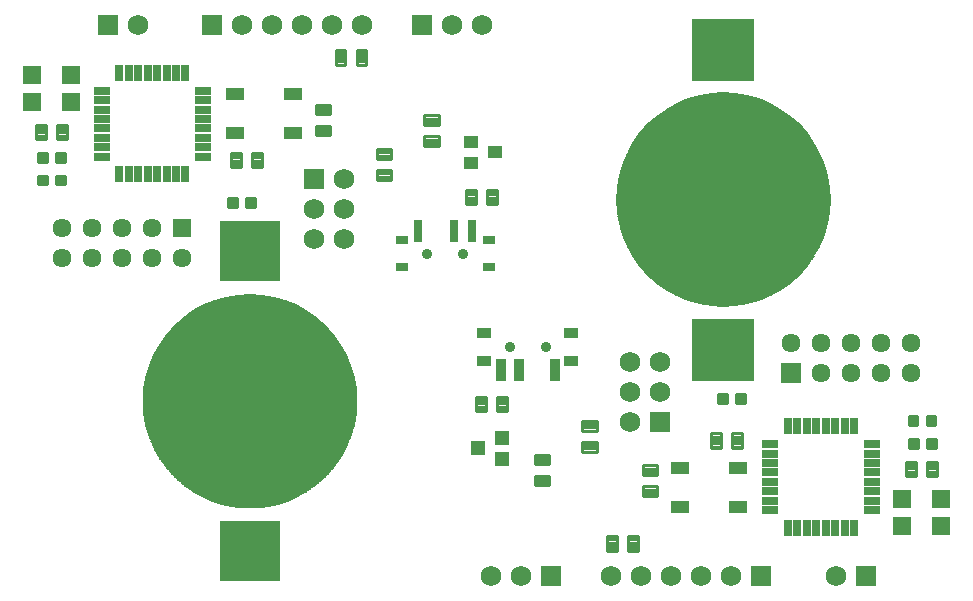
<source format=gts>
%MOIN*%
%OFA0B0*%
%FSLAX25Y25*%
%IPPOS*%
%LPD*%
%AMOC8*
5,1,8,0,0,$1,22.5*%
%AMOC80*
5,1,8,0,0,$1,-157.5*%
%AMREC250*
4,1,3,
0.027,0.013000000000000005,
-0.027,0.012999999999999996,
-0.027,-0.013000000000000005,
0.027,-0.012999999999999996,
0*%
%AMREC260*
4,1,3,
0.012999999999999996,0.027,
-0.013000000000000005,0.027,
-0.012999999999999996,-0.027,
0.013000000000000005,-0.027,
0*%
%AMREC270*
4,1,3,
0.031685,0.031685000000000005,
-0.031685000000000005,0.031685,
-0.031685,-0.031685000000000005,
0.031685000000000005,-0.031685,
0*%
%AMREC280*
4,1,3,
0.081999999999999976,0.082000000000000017,
-0.082000000000000017,0.081999999999999976,
-0.081999999999999976,-0.082000000000000017,
0.082000000000000017,-0.081999999999999976,
0*%
%AMREC290*
4,1,3,
0.10199999999999998,0.10200000000000001,
-0.10200000000000001,0.10199999999999998,
-0.10199999999999998,-0.10200000000000001,
0.10200000000000001,-0.10199999999999998,
0*%
%AMREC300*
4,1,3,
0.015779999999999995,0.037435,
-0.015780000000000002,0.037435,
-0.015779999999999995,-0.037435,
0.015780000000000002,-0.037435,
0*%
%AMREC310*
4,1,3,
0.022,0.015780000000000002,
-0.022,0.015779999999999995,
-0.022,-0.015780000000000002,
0.022,-0.015779999999999995,
0*%
%AMREC320*
4,1,3,
0.0345,0.03450000000000001,
-0.03450000000000001,0.0345,
-0.0345,-0.03450000000000001,
0.03450000000000001,-0.0345,
0*%
%AMREC330*
4,1,3,
0.024499999999999994,0.022000000000000006,
-0.024500000000000004,0.021999999999999995,
-0.024499999999999994,-0.022000000000000006,
0.024500000000000004,-0.021999999999999995,
0*%
%AMREC340*
4,1,3,
0.031529999999999996,0.019715000000000007,
-0.03153,0.019714999999999996,
-0.031529999999999996,-0.019715000000000007,
0.03153,-0.019714999999999996,
0*%
%AMREC350*
4,1,3,
0.029499999999999995,0.029500000000000005,
-0.029500000000000005,0.029499999999999995,
-0.029499999999999995,-0.029500000000000005,
0.029500000000000005,-0.029499999999999995,
0*%
%ADD10R,0.054X0.026000000000000002*%
%ADD11R,0.026000000000000002X0.054*%
%ADD12R,0.06337X0.06337*%
%ADD13C,0.06337*%
%ADD14R,0.16399999999999998X0.16399999999999998*%
%ADD15R,0.204X0.204*%
%ADD16C,0.005*%
%ADD17C,0.011*%
%ADD18C,0.00975*%
%ADD19R,0.03156X0.07487*%
%ADD20R,0.044X0.03156*%
%ADD21C,0.036*%
%ADD22R,0.069X0.069*%
%ADD23C,0.069*%
%ADD24R,0.049X0.044*%
%ADD25R,0.06306X0.03943*%
%ADD26R,0.059000000000000004X0.059000000000000004*%
%AMCOMP61*
4,1,3,
0.027,0.013000000000000005,
-0.027,0.012999999999999996,
-0.027,-0.013000000000000005,
0.027,-0.012999999999999996,
0*%
%ADD37COMP61*%
%AMCOMP62*
4,1,3,
0.012999999999999996,0.027,
-0.013000000000000005,0.027,
-0.012999999999999996,-0.027,
0.013000000000000005,-0.027,
0*%
%ADD38COMP62*%
%AMCOMP63*
4,1,3,
0.031685,0.031685000000000005,
-0.031685000000000005,0.031685,
-0.031685,-0.031685000000000005,
0.031685000000000005,-0.031685,
0*%
%ADD39COMP63*%
%ADD40C,0.06337*%
%AMCOMP64*
4,1,3,
0.081999999999999976,0.082000000000000017,
-0.082000000000000017,0.081999999999999976,
-0.081999999999999976,-0.082000000000000017,
0.082000000000000017,-0.081999999999999976,
0*%
%ADD41COMP64*%
%AMCOMP65*
4,1,3,
0.10199999999999998,0.10200000000000001,
-0.10200000000000001,0.10199999999999998,
-0.10199999999999998,-0.10200000000000001,
0.10200000000000001,-0.10199999999999998,
0*%
%ADD42COMP65*%
%ADD43C,0.005*%
%ADD44C,0.011*%
%ADD45C,0.00975*%
%AMCOMP66*
4,1,3,
0.015779999999999995,0.037435,
-0.015780000000000002,0.037435,
-0.015779999999999995,-0.037435,
0.015780000000000002,-0.037435,
0*%
%ADD46COMP66*%
%AMCOMP67*
4,1,3,
0.022,0.015780000000000002,
-0.022,0.015779999999999995,
-0.022,-0.015780000000000002,
0.022,-0.015779999999999995,
0*%
%ADD47COMP67*%
%ADD48C,0.036*%
%AMCOMP68*
4,1,3,
0.0345,0.03450000000000001,
-0.03450000000000001,0.0345,
-0.0345,-0.03450000000000001,
0.03450000000000001,-0.0345,
0*%
%ADD49COMP68*%
%ADD50C,0.069*%
%AMCOMP69*
4,1,3,
0.024499999999999994,0.022000000000000006,
-0.024500000000000004,0.021999999999999995,
-0.024499999999999994,-0.022000000000000006,
0.024500000000000004,-0.021999999999999995,
0*%
%ADD51COMP69*%
%AMCOMP70*
4,1,3,
0.031529999999999996,0.019715000000000007,
-0.03153,0.019714999999999996,
-0.031529999999999996,-0.019715000000000007,
0.03153,-0.019714999999999996,
0*%
%ADD52COMP70*%
%AMCOMP71*
4,1,3,
0.029499999999999995,0.029500000000000005,
-0.029500000000000005,0.029499999999999995,
-0.029499999999999995,-0.029500000000000005,
0.029500000000000005,-0.029499999999999995,
0*%
%ADD53COMP71*%
G75*
%LPD*%
D10*
X0003937Y0003937D02*
X0048837Y0152213D03*
X0048837Y0155363D03*
X0048837Y0158513D03*
X0048837Y0161661D03*
X0048837Y0164812D03*
X0048837Y0167961D03*
X0048837Y0171111D03*
X0048837Y0174261D03*
X0082637Y0174261D03*
X0082637Y0171111D03*
X0082637Y0167961D03*
X0082637Y0164812D03*
X0082637Y0161661D03*
X0082637Y0158513D03*
X0082637Y0155363D03*
X0082637Y0152213D03*
D11*
X0076761Y0146337D03*
X0073611Y0146337D03*
X0070461Y0146337D03*
X0067312Y0146337D03*
X0064162Y0146337D03*
X0061012Y0146337D03*
X0057863Y0146337D03*
X0054713Y0146337D03*
X0054713Y0180137D03*
X0057863Y0180137D03*
X0061012Y0180137D03*
X0064162Y0180137D03*
X0067312Y0180137D03*
X0070461Y0180137D03*
X0073611Y0180137D03*
X0076761Y0180137D03*
D12*
X0075637Y0128536D03*
D13*
X0075637Y0118537D03*
X0065637Y0118537D03*
X0065637Y0128536D03*
X0055637Y0128536D03*
X0055637Y0118537D03*
X0045637Y0118537D03*
X0045637Y0128536D03*
X0035637Y0128536D03*
X0035637Y0118537D03*
D14*
X0098237Y0070737D03*
D15*
X0098237Y0020737D03*
X0098237Y0120737D03*
D16*
X0063692Y0062852D02*
X0064792Y0059034D01*
X0066312Y0055362D01*
X0068235Y0051885D01*
X0070534Y0048645D01*
X0073182Y0045682D01*
X0076145Y0043034D01*
X0079385Y0040735D01*
X0082863Y0038813D01*
X0086534Y0037292D01*
X0090352Y0036192D01*
X0094270Y0035527D01*
X0098237Y0035304D01*
X0102204Y0035527D01*
X0106122Y0036192D01*
X0109940Y0037292D01*
X0113611Y0038813D01*
X0117089Y0040735D01*
X0120329Y0043034D01*
X0123292Y0045682D01*
X0125940Y0048645D01*
X0128238Y0051885D01*
X0130161Y0055362D01*
X0131682Y0059034D01*
X0132782Y0062852D01*
X0133447Y0066770D01*
X0133670Y0070737D01*
X0133447Y0074704D01*
X0132782Y0078622D01*
X0131682Y0082440D01*
X0130161Y0086111D01*
X0128238Y0089589D01*
X0125940Y0092829D01*
X0123292Y0095792D01*
X0120329Y0098440D01*
X0117089Y0100739D01*
X0113611Y0102661D01*
X0109940Y0104182D01*
X0106122Y0105282D01*
X0102204Y0105946D01*
X0098237Y0106170D01*
X0094270Y0105946D01*
X0090352Y0105282D01*
X0086534Y0104182D01*
X0082863Y0102661D01*
X0079385Y0100739D01*
X0076145Y0098440D01*
X0073182Y0095792D01*
X0070534Y0092829D01*
X0068235Y0089589D01*
X0066312Y0086111D01*
X0064792Y0082440D01*
X0063692Y0078622D01*
X0063027Y0074704D01*
X0062804Y0070737D01*
X0063027Y0066770D01*
X0063692Y0062852D01*
X0063656Y0063065D02*
X0132818Y0063065D01*
X0132902Y0063564D02*
X0063571Y0063564D01*
X0063487Y0064063D02*
X0132987Y0064063D01*
X0133072Y0064561D02*
X0063402Y0064561D01*
X0063317Y0065059D02*
X0133157Y0065059D01*
X0133241Y0065558D02*
X0063232Y0065558D01*
X0063148Y0066057D02*
X0133325Y0066057D01*
X0133411Y0066555D02*
X0063063Y0066555D01*
X0063010Y0067054D02*
X0133462Y0067054D01*
X0133491Y0067552D02*
X0062983Y0067552D01*
X0062955Y0068051D02*
X0133519Y0068051D01*
X0133547Y0068549D02*
X0062927Y0068549D01*
X0062899Y0069048D02*
X0133575Y0069048D01*
X0133603Y0069546D02*
X0062871Y0069546D01*
X0062843Y0070045D02*
X0133631Y0070045D01*
X0133659Y0070543D02*
X0062815Y0070543D01*
X0062821Y0071042D02*
X0133653Y0071042D01*
X0133625Y0071540D02*
X0062849Y0071540D01*
X0062877Y0072039D02*
X0133597Y0072039D01*
X0133569Y0072538D02*
X0062905Y0072538D01*
X0062932Y0073036D02*
X0133541Y0073036D01*
X0133513Y0073535D02*
X0062961Y0073535D01*
X0062988Y0074033D02*
X0133485Y0074033D01*
X0133457Y0074532D02*
X0063017Y0074532D01*
X0063082Y0075029D02*
X0133392Y0075029D01*
X0133307Y0075529D02*
X0063166Y0075529D01*
X0063251Y0076027D02*
X0133223Y0076027D01*
X0133138Y0076526D02*
X0063336Y0076526D01*
X0063421Y0077024D02*
X0133053Y0077024D01*
X0132968Y0077523D02*
X0063505Y0077523D01*
X0063590Y0078021D02*
X0132884Y0078021D01*
X0132799Y0078520D02*
X0063675Y0078520D01*
X0063807Y0079018D02*
X0132667Y0079018D01*
X0132524Y0079517D02*
X0063949Y0079517D01*
X0064093Y0080014D02*
X0132380Y0080014D01*
X0132237Y0080514D02*
X0064237Y0080514D01*
X0064381Y0081012D02*
X0132093Y0081012D01*
X0131949Y0081511D02*
X0064525Y0081511D01*
X0064668Y0082009D02*
X0131806Y0082009D01*
X0131653Y0082507D02*
X0064820Y0082507D01*
X0065027Y0083006D02*
X0131447Y0083006D01*
X0131241Y0083505D02*
X0065233Y0083505D01*
X0065440Y0084003D02*
X0131033Y0084003D01*
X0130827Y0084502D02*
X0065646Y0084502D01*
X0065853Y0085000D02*
X0130621Y0085000D01*
X0130414Y0085499D02*
X0066059Y0085499D01*
X0066266Y0085997D02*
X0130207Y0085997D01*
X0129948Y0086496D02*
X0066526Y0086496D01*
X0066801Y0086994D02*
X0129673Y0086994D01*
X0129397Y0087493D02*
X0067077Y0087493D01*
X0067352Y0087991D02*
X0129122Y0087991D01*
X0128846Y0088490D02*
X0067628Y0088490D01*
X0067903Y0088988D02*
X0128570Y0088988D01*
X0128295Y0089487D02*
X0068179Y0089487D01*
X0068517Y0089985D02*
X0127957Y0089985D01*
X0127604Y0090484D02*
X0068870Y0090484D01*
X0069224Y0090982D02*
X0127250Y0090982D01*
X0126896Y0091481D02*
X0069578Y0091481D01*
X0069931Y0091979D02*
X0126543Y0091979D01*
X0126189Y0092478D02*
X0070285Y0092478D01*
X0070665Y0092976D02*
X0125808Y0092976D01*
X0125363Y0093475D02*
X0071111Y0093475D01*
X0071557Y0093974D02*
X0124916Y0093974D01*
X0124472Y0094471D02*
X0072002Y0094471D01*
X0072448Y0094971D02*
X0124025Y0094971D01*
X0123581Y0095469D02*
X0072893Y0095469D01*
X0073378Y0095968D02*
X0123095Y0095968D01*
X0122537Y0096466D02*
X0073936Y0096466D01*
X0074494Y0096964D02*
X0121980Y0096964D01*
X0121422Y0097463D02*
X0075052Y0097463D01*
X0075609Y0097962D02*
X0120864Y0097962D01*
X0120300Y0098460D02*
X0076174Y0098460D01*
X0076876Y0098959D02*
X0119598Y0098959D01*
X0118895Y0099457D02*
X0077579Y0099457D01*
X0078281Y0099956D02*
X0118192Y0099956D01*
X0117490Y0100454D02*
X0078984Y0100454D01*
X0079772Y0100953D02*
X0116702Y0100953D01*
X0115799Y0101451D02*
X0080674Y0101451D01*
X0081576Y0101950D02*
X0114897Y0101950D01*
X0113996Y0102448D02*
X0082478Y0102448D01*
X0083553Y0102947D02*
X0112921Y0102947D01*
X0111718Y0103445D02*
X0084756Y0103445D01*
X0085960Y0103943D02*
X0110514Y0103943D01*
X0109035Y0104441D02*
X0087439Y0104441D01*
X0089169Y0104941D02*
X0107305Y0104941D01*
X0105194Y0105439D02*
X0091280Y0105439D01*
X0094214Y0105938D02*
X0102260Y0105938D01*
X0132700Y0062566D02*
X0063774Y0062566D01*
X0063918Y0062069D02*
X0132556Y0062069D01*
X0132412Y0061570D02*
X0064062Y0061570D01*
X0064205Y0061072D02*
X0132269Y0061072D01*
X0132125Y0060573D02*
X0064349Y0060573D01*
X0064492Y0060075D02*
X0131981Y0060075D01*
X0131838Y0059575D02*
X0064636Y0059575D01*
X0064780Y0059078D02*
X0131693Y0059078D01*
X0131493Y0058579D02*
X0064981Y0058579D01*
X0065186Y0058081D02*
X0131287Y0058081D01*
X0131080Y0057582D02*
X0065394Y0057582D01*
X0065599Y0057084D02*
X0130874Y0057084D01*
X0130667Y0056585D02*
X0065807Y0056585D01*
X0066012Y0056087D02*
X0130461Y0056087D01*
X0130254Y0055588D02*
X0066219Y0055588D01*
X0066464Y0055089D02*
X0130010Y0055089D01*
X0129734Y0054591D02*
X0066740Y0054591D01*
X0067015Y0054093D02*
X0129458Y0054093D01*
X0129182Y0053594D02*
X0067291Y0053594D01*
X0067566Y0053096D02*
X0128908Y0053096D01*
X0128631Y0052597D02*
X0067842Y0052597D01*
X0068117Y0052098D02*
X0128356Y0052098D01*
X0128037Y0051600D02*
X0068437Y0051600D01*
X0068791Y0051102D02*
X0127682Y0051102D01*
X0127329Y0050603D02*
X0069145Y0050603D01*
X0069499Y0050105D02*
X0126975Y0050105D01*
X0126621Y0049606D02*
X0069852Y0049606D01*
X0070206Y0049107D02*
X0126268Y0049107D01*
X0125908Y0048609D02*
X0070566Y0048609D01*
X0071012Y0048110D02*
X0125462Y0048110D01*
X0125017Y0047612D02*
X0071457Y0047612D01*
X0071903Y0047113D02*
X0124571Y0047113D01*
X0124126Y0046615D02*
X0072348Y0046615D01*
X0072794Y0046116D02*
X0123679Y0046116D01*
X0123220Y0045618D02*
X0073254Y0045618D01*
X0073812Y0045119D02*
X0122662Y0045119D01*
X0122105Y0044621D02*
X0074369Y0044621D01*
X0074926Y0044122D02*
X0121547Y0044122D01*
X0120988Y0043624D02*
X0075485Y0043624D01*
X0076043Y0043125D02*
X0120431Y0043125D01*
X0119754Y0042627D02*
X0076719Y0042627D01*
X0077422Y0042128D02*
X0119052Y0042128D01*
X0118350Y0041630D02*
X0078124Y0041630D01*
X0078827Y0041131D02*
X0117646Y0041131D01*
X0116904Y0040633D02*
X0079569Y0040633D01*
X0080472Y0040134D02*
X0116002Y0040134D01*
X0115100Y0039636D02*
X0081374Y0039636D01*
X0082276Y0039137D02*
X0114198Y0039137D01*
X0113189Y0038639D02*
X0083284Y0038639D01*
X0084487Y0038140D02*
X0111986Y0038140D01*
X0110783Y0037642D02*
X0085690Y0037642D01*
X0087052Y0037143D02*
X0109422Y0037143D01*
X0107692Y0036645D02*
X0088782Y0036645D01*
X0090624Y0036146D02*
X0105850Y0036146D01*
X0102916Y0035648D02*
X0093558Y0035648D01*
D17*
X0170407Y0141211D02*
X0173707Y0141211D01*
X0173707Y0136411D01*
X0170407Y0136411D01*
X0170407Y0141211D01*
X0170407Y0137510D02*
X0173707Y0137510D01*
X0173707Y0138609D02*
X0170407Y0138609D01*
X0170407Y0139708D02*
X0173707Y0139708D01*
X0173707Y0140807D02*
X0170407Y0140807D01*
X0177407Y0141211D02*
X0180707Y0141211D01*
X0180707Y0136411D01*
X0177407Y0136411D01*
X0177407Y0141211D01*
X0177407Y0137510D02*
X0180707Y0137510D01*
X0180707Y0138609D02*
X0177407Y0138609D01*
X0177407Y0139708D02*
X0180707Y0139708D01*
X0180707Y0140807D02*
X0177407Y0140807D01*
X0156345Y0155723D02*
X0156345Y0159023D01*
X0161145Y0159023D01*
X0161145Y0155723D01*
X0156345Y0155723D01*
X0156345Y0156822D02*
X0161145Y0156822D01*
X0161145Y0157921D02*
X0156345Y0157921D01*
X0156345Y0159020D02*
X0161145Y0159020D01*
X0156345Y0162723D02*
X0156345Y0166023D01*
X0161145Y0166023D01*
X0161145Y0162723D01*
X0156345Y0162723D01*
X0156345Y0163822D02*
X0161145Y0163822D01*
X0161145Y0164921D02*
X0156345Y0164921D01*
X0156345Y0166020D02*
X0161145Y0166020D01*
X0140547Y0154793D02*
X0140547Y0151493D01*
X0140547Y0154793D02*
X0145347Y0154793D01*
X0145347Y0151493D01*
X0140547Y0151493D01*
X0140547Y0152592D02*
X0145347Y0152592D01*
X0145347Y0153690D02*
X0140547Y0153690D01*
X0140547Y0154790D02*
X0145347Y0154790D01*
X0140547Y0147793D02*
X0140547Y0144493D01*
X0140547Y0147793D02*
X0145347Y0147793D01*
X0145347Y0144493D01*
X0140547Y0144493D01*
X0140547Y0145592D02*
X0145347Y0145592D01*
X0145347Y0146691D02*
X0140547Y0146691D01*
X0140547Y0147790D02*
X0145347Y0147790D01*
X0120220Y0159307D02*
X0120220Y0162607D01*
X0125020Y0162607D01*
X0125020Y0159307D01*
X0120220Y0159307D01*
X0120220Y0160406D02*
X0125020Y0160406D01*
X0125020Y0161505D02*
X0120220Y0161505D01*
X0120220Y0162604D02*
X0125020Y0162604D01*
X0120220Y0166306D02*
X0120220Y0169607D01*
X0125020Y0169607D01*
X0125020Y0166306D01*
X0120220Y0166306D01*
X0120220Y0167406D02*
X0125020Y0167406D01*
X0125020Y0168505D02*
X0120220Y0168505D01*
X0120220Y0169604D02*
X0125020Y0169604D01*
X0126797Y0187700D02*
X0130097Y0187700D01*
X0130097Y0182900D01*
X0126797Y0182900D01*
X0126797Y0187700D01*
X0126797Y0183999D02*
X0130097Y0183999D01*
X0130097Y0185097D02*
X0126797Y0185097D01*
X0126797Y0186197D02*
X0130097Y0186197D01*
X0130097Y0187296D02*
X0126797Y0187296D01*
X0133797Y0187700D02*
X0137097Y0187700D01*
X0137097Y0182900D01*
X0133797Y0182900D01*
X0133797Y0187700D01*
X0133797Y0183999D02*
X0137097Y0183999D01*
X0137097Y0185097D02*
X0133797Y0185097D01*
X0133797Y0186197D02*
X0137097Y0186197D01*
X0137097Y0187296D02*
X0133797Y0187296D01*
X0102306Y0153473D02*
X0099007Y0153473D01*
X0102306Y0153473D02*
X0102306Y0148673D01*
X0099007Y0148673D01*
X0099007Y0153473D01*
X0099007Y0149772D02*
X0102306Y0149772D01*
X0102306Y0150871D02*
X0099007Y0150871D01*
X0099007Y0151970D02*
X0102306Y0151970D01*
X0102306Y0153069D02*
X0099007Y0153069D01*
X0095307Y0153473D02*
X0092007Y0153473D01*
X0095307Y0153473D02*
X0095307Y0148673D01*
X0092007Y0148673D01*
X0092007Y0153473D01*
X0092007Y0149772D02*
X0095307Y0149772D01*
X0095307Y0150871D02*
X0092007Y0150871D01*
X0092007Y0151970D02*
X0095307Y0151970D01*
X0095307Y0153069D02*
X0092007Y0153069D01*
X0037318Y0162912D02*
X0034018Y0162912D01*
X0037318Y0162912D02*
X0037318Y0158112D01*
X0034018Y0158112D01*
X0034018Y0162912D01*
X0034018Y0159210D02*
X0037318Y0159210D01*
X0037318Y0160310D02*
X0034018Y0160310D01*
X0034018Y0161409D02*
X0037318Y0161409D01*
X0037318Y0162508D02*
X0034018Y0162508D01*
X0030318Y0162912D02*
X0027017Y0162912D01*
X0030318Y0162912D02*
X0030318Y0158112D01*
X0027017Y0158112D01*
X0027017Y0162912D01*
X0027017Y0159210D02*
X0030318Y0159210D01*
X0030318Y0160310D02*
X0027017Y0160310D01*
X0027017Y0161409D02*
X0030318Y0161409D01*
X0030318Y0162508D02*
X0027017Y0162508D01*
D18*
X0027537Y0150472D02*
X0030463Y0150472D01*
X0027537Y0150472D02*
X0027537Y0153398D01*
X0030463Y0153398D01*
X0030463Y0150472D01*
X0030463Y0151445D02*
X0027537Y0151445D01*
X0027537Y0152420D02*
X0030463Y0152420D01*
X0030463Y0153394D02*
X0027537Y0153394D01*
X0033537Y0150472D02*
X0036463Y0150472D01*
X0033537Y0150472D02*
X0033537Y0153398D01*
X0036463Y0153398D01*
X0036463Y0150472D01*
X0036463Y0151445D02*
X0033537Y0151445D01*
X0033537Y0152420D02*
X0036463Y0152420D01*
X0036463Y0153394D02*
X0033537Y0153394D01*
X0033591Y0143009D02*
X0036516Y0143009D01*
X0033591Y0143009D02*
X0033591Y0145935D01*
X0036516Y0145935D01*
X0036516Y0143009D01*
X0036516Y0143983D02*
X0033591Y0143983D01*
X0033591Y0144957D02*
X0036516Y0144957D01*
X0036516Y0145931D02*
X0033591Y0145931D01*
X0030517Y0143009D02*
X0027591Y0143009D01*
X0027591Y0145935D01*
X0030517Y0145935D01*
X0030517Y0143009D01*
X0030517Y0143983D02*
X0027591Y0143983D01*
X0027591Y0144957D02*
X0030517Y0144957D01*
X0030517Y0145931D02*
X0027591Y0145931D01*
X0091103Y0135597D02*
X0094029Y0135597D01*
X0091103Y0135597D02*
X0091103Y0138523D01*
X0094029Y0138523D01*
X0094029Y0135597D01*
X0094029Y0136571D02*
X0091103Y0136571D01*
X0091103Y0137545D02*
X0094029Y0137545D01*
X0094029Y0138519D02*
X0091103Y0138519D01*
X0097103Y0135597D02*
X0100028Y0135597D01*
X0097103Y0135597D02*
X0097103Y0138523D01*
X0100028Y0138523D01*
X0100028Y0135597D01*
X0100028Y0136571D02*
X0097103Y0136571D01*
X0097103Y0137545D02*
X0100028Y0137545D01*
X0100028Y0138519D02*
X0097103Y0138519D01*
D19*
X0154406Y0127624D03*
X0166406Y0127624D03*
X0172406Y0127624D03*
D20*
X0177906Y0124364D03*
X0177906Y0115309D03*
X0148906Y0115309D03*
X0148906Y0124364D03*
D21*
X0157406Y0119836D03*
X0169406Y0119836D03*
D22*
X0119540Y0144791D03*
X0085758Y0196274D03*
X0050791Y0196302D03*
X0155727Y0196229D03*
D23*
X0165727Y0196229D03*
X0175727Y0196229D03*
X0135758Y0196274D03*
X0125757Y0196274D03*
X0115758Y0196274D03*
X0105758Y0196274D03*
X0095758Y0196274D03*
X0060790Y0196302D03*
X0119540Y0134791D03*
X0129540Y0134791D03*
X0129540Y0144791D03*
X0129540Y0124791D03*
X0119540Y0124791D03*
D24*
X0172038Y0150140D03*
X0172038Y0157140D03*
X0180038Y0153640D03*
D25*
X0112562Y0160261D03*
X0112562Y0173253D03*
X0093271Y0173253D03*
X0093271Y0160261D03*
D26*
X0038621Y0170452D03*
X0038650Y0179403D03*
X0025650Y0179403D03*
X0025621Y0170452D03*
G04 next file*
%LPD*%
G75*
D37*
X0350393Y0204724D02*
X0305492Y0056448D03*
X0305492Y0053298D03*
X0305492Y0050148D03*
X0305492Y0046999D03*
X0305492Y0043848D03*
X0305492Y0040699D03*
X0305492Y0037550D03*
X0305492Y0034400D03*
X0271692Y0034400D03*
X0271692Y0037550D03*
X0271692Y0040699D03*
X0271692Y0043848D03*
X0271692Y0046999D03*
X0271692Y0050148D03*
X0271692Y0053298D03*
X0271692Y0056448D03*
D38*
X0277568Y0062324D03*
X0280719Y0062324D03*
X0283869Y0062324D03*
X0287018Y0062324D03*
X0290168Y0062324D03*
X0293317Y0062324D03*
X0296467Y0062324D03*
X0299617Y0062324D03*
X0299617Y0028524D03*
X0296467Y0028524D03*
X0293317Y0028524D03*
X0290168Y0028524D03*
X0287018Y0028524D03*
X0283869Y0028524D03*
X0280719Y0028524D03*
X0277568Y0028524D03*
D39*
X0278693Y0080124D03*
D40*
X0278693Y0090124D03*
X0288692Y0090124D03*
X0288692Y0080124D03*
X0298693Y0080124D03*
X0298693Y0090124D03*
X0308693Y0090124D03*
X0308693Y0080124D03*
X0318693Y0080124D03*
X0318693Y0090124D03*
D41*
X0256093Y0137924D03*
D42*
X0256093Y0187924D03*
X0256093Y0087924D03*
D43*
X0290638Y0145809D02*
X0289538Y0149627D01*
X0288017Y0153298D01*
X0286095Y0156776D01*
X0283796Y0160016D01*
X0281148Y0162978D01*
X0278184Y0165627D01*
X0274945Y0167926D01*
X0271467Y0169848D01*
X0267796Y0171369D01*
X0263978Y0172469D01*
X0260060Y0173134D01*
X0256093Y0173357D01*
X0252125Y0173134D01*
X0248207Y0172469D01*
X0244390Y0171369D01*
X0240719Y0169848D01*
X0237241Y0167926D01*
X0234001Y0165627D01*
X0231038Y0162978D01*
X0228390Y0160016D01*
X0226091Y0156776D01*
X0224169Y0153298D01*
X0222648Y0149627D01*
X0221548Y0145809D01*
X0220882Y0141891D01*
X0220660Y0137924D01*
X0220882Y0133957D01*
X0221548Y0130039D01*
X0222648Y0126221D01*
X0224169Y0122550D01*
X0226091Y0119072D01*
X0228390Y0115832D01*
X0231038Y0112869D01*
X0234001Y0110220D01*
X0237241Y0107922D01*
X0240719Y0106000D01*
X0244390Y0104479D01*
X0248207Y0103379D01*
X0252125Y0102714D01*
X0256093Y0102491D01*
X0260060Y0102714D01*
X0263978Y0103379D01*
X0267796Y0104479D01*
X0271467Y0106000D01*
X0274945Y0107922D01*
X0278184Y0110220D01*
X0281148Y0112869D01*
X0283796Y0115832D01*
X0286095Y0119072D01*
X0288017Y0122550D01*
X0289538Y0126221D01*
X0290638Y0130039D01*
X0291303Y0133957D01*
X0291526Y0137924D01*
X0291303Y0141891D01*
X0290638Y0145809D01*
X0290673Y0145595D02*
X0221512Y0145595D01*
X0221427Y0145097D02*
X0290759Y0145097D01*
X0290843Y0144598D02*
X0221342Y0144598D01*
X0221258Y0144100D02*
X0290928Y0144100D01*
X0291012Y0143601D02*
X0221173Y0143601D01*
X0221089Y0143103D02*
X0291097Y0143103D01*
X0291182Y0142604D02*
X0221003Y0142604D01*
X0220919Y0142106D02*
X0291267Y0142106D01*
X0291319Y0141607D02*
X0220867Y0141607D01*
X0220839Y0141109D02*
X0291347Y0141109D01*
X0291375Y0140610D02*
X0220811Y0140610D01*
X0220783Y0140111D02*
X0291402Y0140111D01*
X0291431Y0139613D02*
X0220755Y0139613D01*
X0220726Y0139115D02*
X0291459Y0139115D01*
X0291486Y0138616D02*
X0220698Y0138616D01*
X0220671Y0138118D02*
X0291515Y0138118D01*
X0291509Y0137619D02*
X0220677Y0137619D01*
X0220705Y0137121D02*
X0291481Y0137121D01*
X0291453Y0136622D02*
X0220732Y0136622D01*
X0220760Y0136123D02*
X0291424Y0136123D01*
X0291397Y0135625D02*
X0220789Y0135625D01*
X0220817Y0135125D02*
X0291369Y0135125D01*
X0291340Y0134628D02*
X0220845Y0134628D01*
X0220873Y0134129D02*
X0291313Y0134129D01*
X0291248Y0133631D02*
X0220938Y0133631D01*
X0221023Y0133132D02*
X0291163Y0133132D01*
X0291079Y0132634D02*
X0221107Y0132634D01*
X0221192Y0132135D02*
X0290994Y0132135D01*
X0290909Y0131637D02*
X0221277Y0131637D01*
X0221362Y0131138D02*
X0290824Y0131138D01*
X0290740Y0130639D02*
X0221446Y0130639D01*
X0221531Y0130141D02*
X0290655Y0130141D01*
X0290523Y0129643D02*
X0221663Y0129643D01*
X0221806Y0129143D02*
X0290380Y0129143D01*
X0290236Y0128646D02*
X0221950Y0128646D01*
X0222093Y0128147D02*
X0290093Y0128147D01*
X0289949Y0127648D02*
X0222237Y0127648D01*
X0222380Y0127150D02*
X0289805Y0127150D01*
X0289662Y0126652D02*
X0222524Y0126652D01*
X0222676Y0126153D02*
X0289510Y0126153D01*
X0289303Y0125655D02*
X0222883Y0125655D01*
X0223089Y0125156D02*
X0289097Y0125156D01*
X0288889Y0124658D02*
X0223295Y0124658D01*
X0223502Y0124159D02*
X0288684Y0124159D01*
X0288477Y0123661D02*
X0223708Y0123661D01*
X0223915Y0123162D02*
X0288271Y0123162D01*
X0288064Y0122664D02*
X0224122Y0122664D01*
X0224382Y0122164D02*
X0287804Y0122164D01*
X0287529Y0121666D02*
X0224657Y0121666D01*
X0224933Y0121168D02*
X0287253Y0121168D01*
X0286978Y0120670D02*
X0225208Y0120670D01*
X0225484Y0120171D02*
X0286701Y0120171D01*
X0286427Y0119673D02*
X0225759Y0119673D01*
X0226035Y0119174D02*
X0286150Y0119174D01*
X0285813Y0118676D02*
X0226372Y0118676D01*
X0226725Y0118177D02*
X0285460Y0118177D01*
X0285106Y0117679D02*
X0227080Y0117679D01*
X0227434Y0117180D02*
X0284752Y0117180D01*
X0284399Y0116682D02*
X0227787Y0116682D01*
X0228141Y0116182D02*
X0284045Y0116182D01*
X0283664Y0115685D02*
X0228521Y0115685D01*
X0228967Y0115186D02*
X0283219Y0115186D01*
X0282773Y0114687D02*
X0229413Y0114687D01*
X0229857Y0114189D02*
X0282328Y0114189D01*
X0281882Y0113690D02*
X0230304Y0113690D01*
X0230749Y0113192D02*
X0281437Y0113192D01*
X0280952Y0112693D02*
X0231235Y0112693D01*
X0231792Y0112195D02*
X0280394Y0112195D01*
X0279836Y0111696D02*
X0232350Y0111696D01*
X0232907Y0111198D02*
X0279278Y0111198D01*
X0278720Y0110698D02*
X0233466Y0110698D01*
X0234030Y0110201D02*
X0278156Y0110201D01*
X0277454Y0109702D02*
X0234731Y0109702D01*
X0235435Y0109203D02*
X0276751Y0109203D01*
X0276049Y0108705D02*
X0236137Y0108705D01*
X0236839Y0108207D02*
X0275346Y0108207D01*
X0274558Y0107708D02*
X0237628Y0107708D01*
X0238530Y0107210D02*
X0273656Y0107210D01*
X0272754Y0106711D02*
X0239432Y0106711D01*
X0240334Y0106213D02*
X0271852Y0106213D01*
X0270777Y0105714D02*
X0241408Y0105714D01*
X0242612Y0105216D02*
X0269574Y0105216D01*
X0268370Y0104717D02*
X0243816Y0104717D01*
X0245295Y0104219D02*
X0266891Y0104219D01*
X0265161Y0103719D02*
X0247025Y0103719D01*
X0249135Y0103221D02*
X0263050Y0103221D01*
X0260116Y0102723D02*
X0252070Y0102723D01*
X0221630Y0146094D02*
X0290556Y0146094D01*
X0290412Y0146592D02*
X0221774Y0146592D01*
X0221918Y0147090D02*
X0290268Y0147090D01*
X0290125Y0147588D02*
X0222061Y0147588D01*
X0222205Y0148088D02*
X0289981Y0148088D01*
X0289837Y0148586D02*
X0222349Y0148586D01*
X0222492Y0149085D02*
X0289694Y0149085D01*
X0289550Y0149583D02*
X0222636Y0149583D01*
X0222837Y0150081D02*
X0289349Y0150081D01*
X0289143Y0150580D02*
X0223043Y0150580D01*
X0223250Y0151079D02*
X0288936Y0151079D01*
X0288730Y0151577D02*
X0223456Y0151577D01*
X0223663Y0152076D02*
X0288523Y0152076D01*
X0288316Y0152574D02*
X0223869Y0152574D01*
X0224076Y0153073D02*
X0288110Y0153073D01*
X0287866Y0153571D02*
X0224320Y0153571D01*
X0224596Y0154070D02*
X0287590Y0154070D01*
X0287315Y0154567D02*
X0224871Y0154567D01*
X0225147Y0155067D02*
X0287039Y0155067D01*
X0286764Y0155565D02*
X0225422Y0155565D01*
X0225698Y0156064D02*
X0286488Y0156064D01*
X0286212Y0156562D02*
X0225972Y0156562D01*
X0226293Y0157061D02*
X0285893Y0157061D01*
X0285539Y0157558D02*
X0226647Y0157558D01*
X0227001Y0158058D02*
X0285185Y0158058D01*
X0284830Y0158556D02*
X0227355Y0158556D01*
X0227708Y0159055D02*
X0284478Y0159055D01*
X0284124Y0159553D02*
X0228062Y0159553D01*
X0228422Y0160052D02*
X0283764Y0160052D01*
X0283318Y0160551D02*
X0228867Y0160551D01*
X0229313Y0161049D02*
X0282873Y0161049D01*
X0282426Y0161548D02*
X0229759Y0161548D01*
X0230204Y0162046D02*
X0281981Y0162046D01*
X0281536Y0162544D02*
X0230650Y0162544D01*
X0231110Y0163043D02*
X0281076Y0163043D01*
X0280518Y0163542D02*
X0231667Y0163542D01*
X0232225Y0164040D02*
X0279961Y0164040D01*
X0279402Y0164539D02*
X0232783Y0164539D01*
X0233341Y0165037D02*
X0278845Y0165037D01*
X0278287Y0165536D02*
X0233899Y0165536D01*
X0234574Y0166034D02*
X0277611Y0166034D01*
X0276908Y0166533D02*
X0235278Y0166533D01*
X0235980Y0167030D02*
X0276206Y0167030D01*
X0275503Y0167530D02*
X0236683Y0167530D01*
X0237426Y0168028D02*
X0274759Y0168028D01*
X0273858Y0168527D02*
X0238328Y0168527D01*
X0239230Y0169025D02*
X0272956Y0169025D01*
X0272054Y0169524D02*
X0240132Y0169524D01*
X0241140Y0170022D02*
X0271046Y0170022D01*
X0269843Y0170521D02*
X0242343Y0170521D01*
X0243547Y0171019D02*
X0268639Y0171019D01*
X0267278Y0171518D02*
X0244908Y0171518D01*
X0246638Y0172016D02*
X0265548Y0172016D01*
X0263706Y0172515D02*
X0248480Y0172515D01*
X0251413Y0173013D02*
X0260772Y0173013D01*
D44*
X0183923Y0067449D02*
X0180623Y0067449D01*
X0180623Y0072250D01*
X0183923Y0072250D01*
X0183923Y0067449D01*
X0183923Y0071151D02*
X0180623Y0071151D01*
X0180623Y0070052D02*
X0183923Y0070052D01*
X0183923Y0068953D02*
X0180623Y0068953D01*
X0180623Y0067853D02*
X0183923Y0067853D01*
X0176923Y0067449D02*
X0173623Y0067449D01*
X0173623Y0072250D01*
X0176923Y0072250D01*
X0176923Y0067449D01*
X0176923Y0071151D02*
X0173623Y0071151D01*
X0173623Y0070052D02*
X0176923Y0070052D01*
X0176923Y0068953D02*
X0173623Y0068953D01*
X0173623Y0067853D02*
X0176923Y0067853D01*
X0197985Y0052937D02*
X0197985Y0049638D01*
X0193185Y0049638D01*
X0193185Y0052937D01*
X0197985Y0052937D01*
X0197985Y0051839D02*
X0193185Y0051839D01*
X0193185Y0050739D02*
X0197985Y0050739D01*
X0197985Y0049641D02*
X0193185Y0049641D01*
X0197985Y0045938D02*
X0197985Y0042638D01*
X0193185Y0042638D01*
X0193185Y0045938D01*
X0197985Y0045938D01*
X0197985Y0044839D02*
X0193185Y0044839D01*
X0193185Y0043740D02*
X0197985Y0043740D01*
X0197985Y0042641D02*
X0193185Y0042641D01*
X0213783Y0053868D02*
X0213783Y0057168D01*
X0213783Y0053868D02*
X0208983Y0053868D01*
X0208983Y0057168D01*
X0213783Y0057168D01*
X0213783Y0056069D02*
X0208983Y0056069D01*
X0208983Y0054970D02*
X0213783Y0054970D01*
X0213783Y0053871D02*
X0208983Y0053871D01*
X0213783Y0060868D02*
X0213783Y0064168D01*
X0213783Y0060868D02*
X0208983Y0060868D01*
X0208983Y0064168D01*
X0213783Y0064168D01*
X0213783Y0063069D02*
X0208983Y0063069D01*
X0208983Y0061970D02*
X0213783Y0061970D01*
X0213783Y0060871D02*
X0208983Y0060871D01*
X0234110Y0049354D02*
X0234110Y0046054D01*
X0229310Y0046054D01*
X0229310Y0049354D01*
X0234110Y0049354D01*
X0234110Y0048255D02*
X0229310Y0048255D01*
X0229310Y0047156D02*
X0234110Y0047156D01*
X0234110Y0046057D02*
X0229310Y0046057D01*
X0234110Y0042354D02*
X0234110Y0039054D01*
X0229310Y0039054D01*
X0229310Y0042354D01*
X0234110Y0042354D01*
X0234110Y0041255D02*
X0229310Y0041255D01*
X0229310Y0040156D02*
X0234110Y0040156D01*
X0234110Y0039057D02*
X0229310Y0039057D01*
X0227532Y0020961D02*
X0224233Y0020961D01*
X0224233Y0025761D01*
X0227532Y0025761D01*
X0227532Y0020961D01*
X0227532Y0024662D02*
X0224233Y0024662D01*
X0224233Y0023563D02*
X0227532Y0023563D01*
X0227532Y0022464D02*
X0224233Y0022464D01*
X0224233Y0021365D02*
X0227532Y0021365D01*
X0220533Y0020961D02*
X0217233Y0020961D01*
X0217233Y0025761D01*
X0220533Y0025761D01*
X0220533Y0020961D01*
X0220533Y0024662D02*
X0217233Y0024662D01*
X0217233Y0023563D02*
X0220533Y0023563D01*
X0220533Y0022464D02*
X0217233Y0022464D01*
X0217233Y0021365D02*
X0220533Y0021365D01*
X0252023Y0055188D02*
X0255323Y0055188D01*
X0252023Y0055188D02*
X0252023Y0059988D01*
X0255323Y0059988D01*
X0255323Y0055188D01*
X0255323Y0058889D02*
X0252023Y0058889D01*
X0252023Y0057790D02*
X0255323Y0057790D01*
X0255323Y0056691D02*
X0252023Y0056691D01*
X0252023Y0055592D02*
X0255323Y0055592D01*
X0259023Y0055188D02*
X0262322Y0055188D01*
X0259023Y0055188D02*
X0259023Y0059988D01*
X0262322Y0059988D01*
X0262322Y0055188D01*
X0262322Y0058889D02*
X0259023Y0058889D01*
X0259023Y0057790D02*
X0262322Y0057790D01*
X0262322Y0056691D02*
X0259023Y0056691D01*
X0259023Y0055592D02*
X0262322Y0055592D01*
X0317012Y0045749D02*
X0320312Y0045749D01*
X0317012Y0045749D02*
X0317012Y0050549D01*
X0320312Y0050549D01*
X0320312Y0045749D01*
X0320312Y0049450D02*
X0317012Y0049450D01*
X0317012Y0048351D02*
X0320312Y0048351D01*
X0320312Y0047252D02*
X0317012Y0047252D01*
X0317012Y0046153D02*
X0320312Y0046153D01*
X0324012Y0045749D02*
X0327312Y0045749D01*
X0324012Y0045749D02*
X0324012Y0050549D01*
X0327312Y0050549D01*
X0327312Y0045749D01*
X0327312Y0049450D02*
X0324012Y0049450D01*
X0324012Y0048351D02*
X0327312Y0048351D01*
X0327312Y0047252D02*
X0324012Y0047252D01*
X0324012Y0046153D02*
X0327312Y0046153D01*
D45*
X0326793Y0058189D02*
X0323867Y0058189D01*
X0326793Y0058189D02*
X0326793Y0055262D01*
X0323867Y0055262D01*
X0323867Y0058189D01*
X0323867Y0057215D02*
X0326793Y0057215D01*
X0326793Y0056241D02*
X0323867Y0056241D01*
X0323867Y0055267D02*
X0326793Y0055267D01*
X0320793Y0058189D02*
X0317867Y0058189D01*
X0320793Y0058189D02*
X0320793Y0055262D01*
X0317867Y0055262D01*
X0317867Y0058189D01*
X0317867Y0057215D02*
X0320793Y0057215D01*
X0320793Y0056241D02*
X0317867Y0056241D01*
X0317867Y0055267D02*
X0320793Y0055267D01*
X0320739Y0065652D02*
X0317812Y0065652D01*
X0320739Y0065652D02*
X0320739Y0062726D01*
X0317812Y0062726D01*
X0317812Y0065652D01*
X0317812Y0064678D02*
X0320739Y0064678D01*
X0320739Y0063704D02*
X0317812Y0063704D01*
X0317812Y0062730D02*
X0320739Y0062730D01*
X0323812Y0065652D02*
X0326739Y0065652D01*
X0326739Y0062726D01*
X0323812Y0062726D01*
X0323812Y0065652D01*
X0323812Y0064678D02*
X0326739Y0064678D01*
X0326739Y0063704D02*
X0323812Y0063704D01*
X0323812Y0062730D02*
X0326739Y0062730D01*
X0263227Y0073064D02*
X0260300Y0073064D01*
X0263227Y0073064D02*
X0263227Y0070138D01*
X0260300Y0070138D01*
X0260300Y0073064D01*
X0260300Y0072090D02*
X0263227Y0072090D01*
X0263227Y0071116D02*
X0260300Y0071116D01*
X0260300Y0070142D02*
X0263227Y0070142D01*
X0257227Y0073064D02*
X0254301Y0073064D01*
X0257227Y0073064D02*
X0257227Y0070138D01*
X0254301Y0070138D01*
X0254301Y0073064D01*
X0254301Y0072090D02*
X0257227Y0072090D01*
X0257227Y0071116D02*
X0254301Y0071116D01*
X0254301Y0070142D02*
X0257227Y0070142D01*
D46*
X0199923Y0081037D03*
X0187924Y0081037D03*
X0181924Y0081037D03*
D47*
X0176424Y0084297D03*
X0176424Y0093352D03*
X0205424Y0093352D03*
X0205424Y0084297D03*
D48*
X0196924Y0088824D03*
X0184924Y0088824D03*
D49*
X0234790Y0063870D03*
X0268572Y0012386D03*
X0303539Y0012359D03*
X0198603Y0012432D03*
D50*
X0188603Y0012432D03*
X0178603Y0012432D03*
X0218572Y0012386D03*
X0228572Y0012386D03*
X0238572Y0012386D03*
X0248572Y0012386D03*
X0258571Y0012386D03*
X0293539Y0012359D03*
X0234790Y0073870D03*
X0224790Y0073870D03*
X0224790Y0063870D03*
X0224790Y0083870D03*
X0234790Y0083870D03*
D51*
X0182292Y0058521D03*
X0182292Y0051520D03*
X0174292Y0055021D03*
D52*
X0241767Y0048400D03*
X0241767Y0035408D03*
X0261059Y0035408D03*
X0261059Y0048400D03*
D53*
X0315709Y0038209D03*
X0315680Y0029258D03*
X0328680Y0029258D03*
X0328709Y0038209D03*
M02*
</source>
